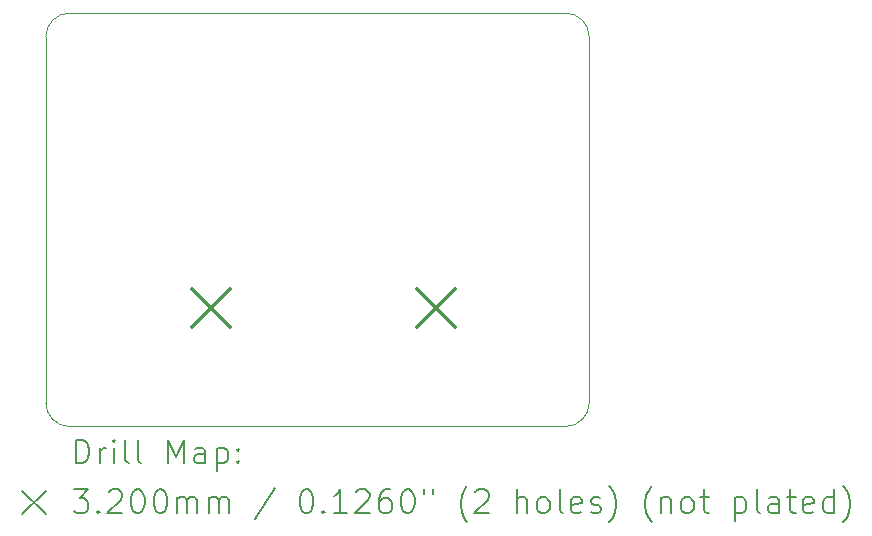
<source format=gbr>
%FSLAX45Y45*%
G04 Gerber Fmt 4.5, Leading zero omitted, Abs format (unit mm)*
G04 Created by KiCad (PCBNEW (6.0.0)) date 2022-01-15 23:37:23*
%MOMM*%
%LPD*%
G01*
G04 APERTURE LIST*
%TA.AperFunction,Profile*%
%ADD10C,0.050000*%
%TD*%
%ADD11C,0.200000*%
%ADD12C,0.320000*%
G04 APERTURE END LIST*
D10*
X10300000Y-4600000D02*
X6100000Y-4600000D01*
X10500000Y-4800000D02*
G75*
G03*
X10300000Y-4600000I-200000J0D01*
G01*
X10300000Y-8100000D02*
G75*
G03*
X10500000Y-7900000I0J200000D01*
G01*
X5900000Y-7900000D02*
G75*
G03*
X6100000Y-8100000I200000J0D01*
G01*
X6100000Y-4600000D02*
G75*
G03*
X5900000Y-4800000I0J-200000D01*
G01*
X10500000Y-7900000D02*
X10500000Y-4800000D01*
X6100000Y-8100000D02*
X10300000Y-8100000D01*
X5900000Y-4800000D02*
X5900000Y-7900000D01*
D11*
D12*
X7140000Y-6940000D02*
X7460000Y-7260000D01*
X7460000Y-6940000D02*
X7140000Y-7260000D01*
X9040000Y-6940000D02*
X9360000Y-7260000D01*
X9360000Y-6940000D02*
X9040000Y-7260000D01*
D11*
X6155119Y-8412976D02*
X6155119Y-8212976D01*
X6202738Y-8212976D01*
X6231309Y-8222500D01*
X6250357Y-8241548D01*
X6259881Y-8260595D01*
X6269405Y-8298690D01*
X6269405Y-8327262D01*
X6259881Y-8365357D01*
X6250357Y-8384405D01*
X6231309Y-8403452D01*
X6202738Y-8412976D01*
X6155119Y-8412976D01*
X6355119Y-8412976D02*
X6355119Y-8279643D01*
X6355119Y-8317738D02*
X6364643Y-8298690D01*
X6374167Y-8289167D01*
X6393214Y-8279643D01*
X6412262Y-8279643D01*
X6478928Y-8412976D02*
X6478928Y-8279643D01*
X6478928Y-8212976D02*
X6469405Y-8222500D01*
X6478928Y-8232024D01*
X6488452Y-8222500D01*
X6478928Y-8212976D01*
X6478928Y-8232024D01*
X6602738Y-8412976D02*
X6583690Y-8403452D01*
X6574167Y-8384405D01*
X6574167Y-8212976D01*
X6707500Y-8412976D02*
X6688452Y-8403452D01*
X6678928Y-8384405D01*
X6678928Y-8212976D01*
X6936071Y-8412976D02*
X6936071Y-8212976D01*
X7002738Y-8355833D01*
X7069405Y-8212976D01*
X7069405Y-8412976D01*
X7250357Y-8412976D02*
X7250357Y-8308214D01*
X7240833Y-8289167D01*
X7221786Y-8279643D01*
X7183690Y-8279643D01*
X7164643Y-8289167D01*
X7250357Y-8403452D02*
X7231309Y-8412976D01*
X7183690Y-8412976D01*
X7164643Y-8403452D01*
X7155119Y-8384405D01*
X7155119Y-8365357D01*
X7164643Y-8346309D01*
X7183690Y-8336786D01*
X7231309Y-8336786D01*
X7250357Y-8327262D01*
X7345595Y-8279643D02*
X7345595Y-8479643D01*
X7345595Y-8289167D02*
X7364643Y-8279643D01*
X7402738Y-8279643D01*
X7421786Y-8289167D01*
X7431309Y-8298690D01*
X7440833Y-8317738D01*
X7440833Y-8374881D01*
X7431309Y-8393929D01*
X7421786Y-8403452D01*
X7402738Y-8412976D01*
X7364643Y-8412976D01*
X7345595Y-8403452D01*
X7526548Y-8393929D02*
X7536071Y-8403452D01*
X7526548Y-8412976D01*
X7517024Y-8403452D01*
X7526548Y-8393929D01*
X7526548Y-8412976D01*
X7526548Y-8289167D02*
X7536071Y-8298690D01*
X7526548Y-8308214D01*
X7517024Y-8298690D01*
X7526548Y-8289167D01*
X7526548Y-8308214D01*
X5697500Y-8642500D02*
X5897500Y-8842500D01*
X5897500Y-8642500D02*
X5697500Y-8842500D01*
X6136071Y-8632976D02*
X6259881Y-8632976D01*
X6193214Y-8709167D01*
X6221786Y-8709167D01*
X6240833Y-8718690D01*
X6250357Y-8728214D01*
X6259881Y-8747262D01*
X6259881Y-8794881D01*
X6250357Y-8813929D01*
X6240833Y-8823452D01*
X6221786Y-8832976D01*
X6164643Y-8832976D01*
X6145595Y-8823452D01*
X6136071Y-8813929D01*
X6345595Y-8813929D02*
X6355119Y-8823452D01*
X6345595Y-8832976D01*
X6336071Y-8823452D01*
X6345595Y-8813929D01*
X6345595Y-8832976D01*
X6431309Y-8652024D02*
X6440833Y-8642500D01*
X6459881Y-8632976D01*
X6507500Y-8632976D01*
X6526548Y-8642500D01*
X6536071Y-8652024D01*
X6545595Y-8671071D01*
X6545595Y-8690119D01*
X6536071Y-8718690D01*
X6421786Y-8832976D01*
X6545595Y-8832976D01*
X6669405Y-8632976D02*
X6688452Y-8632976D01*
X6707500Y-8642500D01*
X6717024Y-8652024D01*
X6726548Y-8671071D01*
X6736071Y-8709167D01*
X6736071Y-8756786D01*
X6726548Y-8794881D01*
X6717024Y-8813929D01*
X6707500Y-8823452D01*
X6688452Y-8832976D01*
X6669405Y-8832976D01*
X6650357Y-8823452D01*
X6640833Y-8813929D01*
X6631309Y-8794881D01*
X6621786Y-8756786D01*
X6621786Y-8709167D01*
X6631309Y-8671071D01*
X6640833Y-8652024D01*
X6650357Y-8642500D01*
X6669405Y-8632976D01*
X6859881Y-8632976D02*
X6878928Y-8632976D01*
X6897976Y-8642500D01*
X6907500Y-8652024D01*
X6917024Y-8671071D01*
X6926548Y-8709167D01*
X6926548Y-8756786D01*
X6917024Y-8794881D01*
X6907500Y-8813929D01*
X6897976Y-8823452D01*
X6878928Y-8832976D01*
X6859881Y-8832976D01*
X6840833Y-8823452D01*
X6831309Y-8813929D01*
X6821786Y-8794881D01*
X6812262Y-8756786D01*
X6812262Y-8709167D01*
X6821786Y-8671071D01*
X6831309Y-8652024D01*
X6840833Y-8642500D01*
X6859881Y-8632976D01*
X7012262Y-8832976D02*
X7012262Y-8699643D01*
X7012262Y-8718690D02*
X7021786Y-8709167D01*
X7040833Y-8699643D01*
X7069405Y-8699643D01*
X7088452Y-8709167D01*
X7097976Y-8728214D01*
X7097976Y-8832976D01*
X7097976Y-8728214D02*
X7107500Y-8709167D01*
X7126548Y-8699643D01*
X7155119Y-8699643D01*
X7174167Y-8709167D01*
X7183690Y-8728214D01*
X7183690Y-8832976D01*
X7278928Y-8832976D02*
X7278928Y-8699643D01*
X7278928Y-8718690D02*
X7288452Y-8709167D01*
X7307500Y-8699643D01*
X7336071Y-8699643D01*
X7355119Y-8709167D01*
X7364643Y-8728214D01*
X7364643Y-8832976D01*
X7364643Y-8728214D02*
X7374167Y-8709167D01*
X7393214Y-8699643D01*
X7421786Y-8699643D01*
X7440833Y-8709167D01*
X7450357Y-8728214D01*
X7450357Y-8832976D01*
X7840833Y-8623452D02*
X7669405Y-8880595D01*
X8097976Y-8632976D02*
X8117024Y-8632976D01*
X8136071Y-8642500D01*
X8145595Y-8652024D01*
X8155119Y-8671071D01*
X8164643Y-8709167D01*
X8164643Y-8756786D01*
X8155119Y-8794881D01*
X8145595Y-8813929D01*
X8136071Y-8823452D01*
X8117024Y-8832976D01*
X8097976Y-8832976D01*
X8078928Y-8823452D01*
X8069405Y-8813929D01*
X8059881Y-8794881D01*
X8050357Y-8756786D01*
X8050357Y-8709167D01*
X8059881Y-8671071D01*
X8069405Y-8652024D01*
X8078928Y-8642500D01*
X8097976Y-8632976D01*
X8250357Y-8813929D02*
X8259881Y-8823452D01*
X8250357Y-8832976D01*
X8240833Y-8823452D01*
X8250357Y-8813929D01*
X8250357Y-8832976D01*
X8450357Y-8832976D02*
X8336071Y-8832976D01*
X8393214Y-8832976D02*
X8393214Y-8632976D01*
X8374167Y-8661548D01*
X8355119Y-8680595D01*
X8336071Y-8690119D01*
X8526548Y-8652024D02*
X8536071Y-8642500D01*
X8555119Y-8632976D01*
X8602738Y-8632976D01*
X8621786Y-8642500D01*
X8631310Y-8652024D01*
X8640833Y-8671071D01*
X8640833Y-8690119D01*
X8631310Y-8718690D01*
X8517024Y-8832976D01*
X8640833Y-8832976D01*
X8812262Y-8632976D02*
X8774167Y-8632976D01*
X8755119Y-8642500D01*
X8745595Y-8652024D01*
X8726548Y-8680595D01*
X8717024Y-8718690D01*
X8717024Y-8794881D01*
X8726548Y-8813929D01*
X8736071Y-8823452D01*
X8755119Y-8832976D01*
X8793214Y-8832976D01*
X8812262Y-8823452D01*
X8821786Y-8813929D01*
X8831310Y-8794881D01*
X8831310Y-8747262D01*
X8821786Y-8728214D01*
X8812262Y-8718690D01*
X8793214Y-8709167D01*
X8755119Y-8709167D01*
X8736071Y-8718690D01*
X8726548Y-8728214D01*
X8717024Y-8747262D01*
X8955119Y-8632976D02*
X8974167Y-8632976D01*
X8993214Y-8642500D01*
X9002738Y-8652024D01*
X9012262Y-8671071D01*
X9021786Y-8709167D01*
X9021786Y-8756786D01*
X9012262Y-8794881D01*
X9002738Y-8813929D01*
X8993214Y-8823452D01*
X8974167Y-8832976D01*
X8955119Y-8832976D01*
X8936071Y-8823452D01*
X8926548Y-8813929D01*
X8917024Y-8794881D01*
X8907500Y-8756786D01*
X8907500Y-8709167D01*
X8917024Y-8671071D01*
X8926548Y-8652024D01*
X8936071Y-8642500D01*
X8955119Y-8632976D01*
X9097976Y-8632976D02*
X9097976Y-8671071D01*
X9174167Y-8632976D02*
X9174167Y-8671071D01*
X9469405Y-8909167D02*
X9459881Y-8899643D01*
X9440833Y-8871071D01*
X9431310Y-8852024D01*
X9421786Y-8823452D01*
X9412262Y-8775833D01*
X9412262Y-8737738D01*
X9421786Y-8690119D01*
X9431310Y-8661548D01*
X9440833Y-8642500D01*
X9459881Y-8613929D01*
X9469405Y-8604405D01*
X9536071Y-8652024D02*
X9545595Y-8642500D01*
X9564643Y-8632976D01*
X9612262Y-8632976D01*
X9631310Y-8642500D01*
X9640833Y-8652024D01*
X9650357Y-8671071D01*
X9650357Y-8690119D01*
X9640833Y-8718690D01*
X9526548Y-8832976D01*
X9650357Y-8832976D01*
X9888452Y-8832976D02*
X9888452Y-8632976D01*
X9974167Y-8832976D02*
X9974167Y-8728214D01*
X9964643Y-8709167D01*
X9945595Y-8699643D01*
X9917024Y-8699643D01*
X9897976Y-8709167D01*
X9888452Y-8718690D01*
X10097976Y-8832976D02*
X10078929Y-8823452D01*
X10069405Y-8813929D01*
X10059881Y-8794881D01*
X10059881Y-8737738D01*
X10069405Y-8718690D01*
X10078929Y-8709167D01*
X10097976Y-8699643D01*
X10126548Y-8699643D01*
X10145595Y-8709167D01*
X10155119Y-8718690D01*
X10164643Y-8737738D01*
X10164643Y-8794881D01*
X10155119Y-8813929D01*
X10145595Y-8823452D01*
X10126548Y-8832976D01*
X10097976Y-8832976D01*
X10278929Y-8832976D02*
X10259881Y-8823452D01*
X10250357Y-8804405D01*
X10250357Y-8632976D01*
X10431310Y-8823452D02*
X10412262Y-8832976D01*
X10374167Y-8832976D01*
X10355119Y-8823452D01*
X10345595Y-8804405D01*
X10345595Y-8728214D01*
X10355119Y-8709167D01*
X10374167Y-8699643D01*
X10412262Y-8699643D01*
X10431310Y-8709167D01*
X10440833Y-8728214D01*
X10440833Y-8747262D01*
X10345595Y-8766310D01*
X10517024Y-8823452D02*
X10536071Y-8832976D01*
X10574167Y-8832976D01*
X10593214Y-8823452D01*
X10602738Y-8804405D01*
X10602738Y-8794881D01*
X10593214Y-8775833D01*
X10574167Y-8766310D01*
X10545595Y-8766310D01*
X10526548Y-8756786D01*
X10517024Y-8737738D01*
X10517024Y-8728214D01*
X10526548Y-8709167D01*
X10545595Y-8699643D01*
X10574167Y-8699643D01*
X10593214Y-8709167D01*
X10669405Y-8909167D02*
X10678929Y-8899643D01*
X10697976Y-8871071D01*
X10707500Y-8852024D01*
X10717024Y-8823452D01*
X10726548Y-8775833D01*
X10726548Y-8737738D01*
X10717024Y-8690119D01*
X10707500Y-8661548D01*
X10697976Y-8642500D01*
X10678929Y-8613929D01*
X10669405Y-8604405D01*
X11031310Y-8909167D02*
X11021786Y-8899643D01*
X11002738Y-8871071D01*
X10993214Y-8852024D01*
X10983690Y-8823452D01*
X10974167Y-8775833D01*
X10974167Y-8737738D01*
X10983690Y-8690119D01*
X10993214Y-8661548D01*
X11002738Y-8642500D01*
X11021786Y-8613929D01*
X11031310Y-8604405D01*
X11107500Y-8699643D02*
X11107500Y-8832976D01*
X11107500Y-8718690D02*
X11117024Y-8709167D01*
X11136071Y-8699643D01*
X11164643Y-8699643D01*
X11183690Y-8709167D01*
X11193214Y-8728214D01*
X11193214Y-8832976D01*
X11317024Y-8832976D02*
X11297976Y-8823452D01*
X11288452Y-8813929D01*
X11278928Y-8794881D01*
X11278928Y-8737738D01*
X11288452Y-8718690D01*
X11297976Y-8709167D01*
X11317024Y-8699643D01*
X11345595Y-8699643D01*
X11364643Y-8709167D01*
X11374167Y-8718690D01*
X11383690Y-8737738D01*
X11383690Y-8794881D01*
X11374167Y-8813929D01*
X11364643Y-8823452D01*
X11345595Y-8832976D01*
X11317024Y-8832976D01*
X11440833Y-8699643D02*
X11517024Y-8699643D01*
X11469405Y-8632976D02*
X11469405Y-8804405D01*
X11478928Y-8823452D01*
X11497976Y-8832976D01*
X11517024Y-8832976D01*
X11736071Y-8699643D02*
X11736071Y-8899643D01*
X11736071Y-8709167D02*
X11755119Y-8699643D01*
X11793214Y-8699643D01*
X11812262Y-8709167D01*
X11821786Y-8718690D01*
X11831309Y-8737738D01*
X11831309Y-8794881D01*
X11821786Y-8813929D01*
X11812262Y-8823452D01*
X11793214Y-8832976D01*
X11755119Y-8832976D01*
X11736071Y-8823452D01*
X11945595Y-8832976D02*
X11926548Y-8823452D01*
X11917024Y-8804405D01*
X11917024Y-8632976D01*
X12107500Y-8832976D02*
X12107500Y-8728214D01*
X12097976Y-8709167D01*
X12078928Y-8699643D01*
X12040833Y-8699643D01*
X12021786Y-8709167D01*
X12107500Y-8823452D02*
X12088452Y-8832976D01*
X12040833Y-8832976D01*
X12021786Y-8823452D01*
X12012262Y-8804405D01*
X12012262Y-8785357D01*
X12021786Y-8766310D01*
X12040833Y-8756786D01*
X12088452Y-8756786D01*
X12107500Y-8747262D01*
X12174167Y-8699643D02*
X12250357Y-8699643D01*
X12202738Y-8632976D02*
X12202738Y-8804405D01*
X12212262Y-8823452D01*
X12231309Y-8832976D01*
X12250357Y-8832976D01*
X12393214Y-8823452D02*
X12374167Y-8832976D01*
X12336071Y-8832976D01*
X12317024Y-8823452D01*
X12307500Y-8804405D01*
X12307500Y-8728214D01*
X12317024Y-8709167D01*
X12336071Y-8699643D01*
X12374167Y-8699643D01*
X12393214Y-8709167D01*
X12402738Y-8728214D01*
X12402738Y-8747262D01*
X12307500Y-8766310D01*
X12574167Y-8832976D02*
X12574167Y-8632976D01*
X12574167Y-8823452D02*
X12555119Y-8832976D01*
X12517024Y-8832976D01*
X12497976Y-8823452D01*
X12488452Y-8813929D01*
X12478928Y-8794881D01*
X12478928Y-8737738D01*
X12488452Y-8718690D01*
X12497976Y-8709167D01*
X12517024Y-8699643D01*
X12555119Y-8699643D01*
X12574167Y-8709167D01*
X12650357Y-8909167D02*
X12659881Y-8899643D01*
X12678928Y-8871071D01*
X12688452Y-8852024D01*
X12697976Y-8823452D01*
X12707500Y-8775833D01*
X12707500Y-8737738D01*
X12697976Y-8690119D01*
X12688452Y-8661548D01*
X12678928Y-8642500D01*
X12659881Y-8613929D01*
X12650357Y-8604405D01*
M02*

</source>
